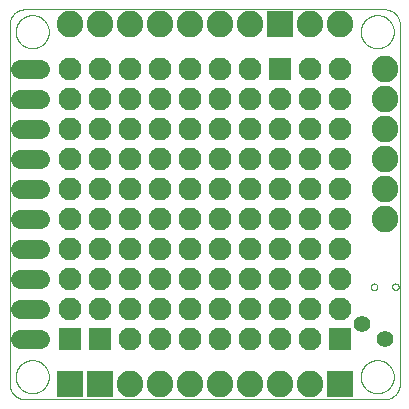
<source format=gbl>
G75*
%MOIN*%
%OFA0B0*%
%FSLAX25Y25*%
%IPPOS*%
%LPD*%
%AMOC8*
5,1,8,0,0,1.08239X$1,22.5*
%
%ADD10C,0.00000*%
%ADD11C,0.08858*%
%ADD12R,0.08858X0.08858*%
%ADD13C,0.06496*%
%ADD14R,0.07677X0.07677*%
%ADD15C,0.07677*%
%ADD16C,0.05600*%
D10*
X0039428Y0006256D02*
X0039428Y0126217D01*
X0039430Y0126357D01*
X0039436Y0126497D01*
X0039446Y0126637D01*
X0039459Y0126777D01*
X0039477Y0126916D01*
X0039499Y0127055D01*
X0039524Y0127192D01*
X0039553Y0127330D01*
X0039586Y0127466D01*
X0039623Y0127601D01*
X0039664Y0127735D01*
X0039709Y0127868D01*
X0039757Y0128000D01*
X0039809Y0128130D01*
X0039864Y0128259D01*
X0039923Y0128386D01*
X0039986Y0128512D01*
X0040052Y0128636D01*
X0040121Y0128757D01*
X0040194Y0128877D01*
X0040271Y0128995D01*
X0040350Y0129110D01*
X0040433Y0129224D01*
X0040519Y0129334D01*
X0040608Y0129443D01*
X0040700Y0129549D01*
X0040795Y0129652D01*
X0040892Y0129753D01*
X0040993Y0129850D01*
X0041096Y0129945D01*
X0041202Y0130037D01*
X0041311Y0130126D01*
X0041421Y0130212D01*
X0041535Y0130295D01*
X0041650Y0130374D01*
X0041768Y0130451D01*
X0041888Y0130524D01*
X0042009Y0130593D01*
X0042133Y0130659D01*
X0042259Y0130722D01*
X0042386Y0130781D01*
X0042515Y0130836D01*
X0042645Y0130888D01*
X0042777Y0130936D01*
X0042910Y0130981D01*
X0043044Y0131022D01*
X0043179Y0131059D01*
X0043315Y0131092D01*
X0043453Y0131121D01*
X0043590Y0131146D01*
X0043729Y0131168D01*
X0043868Y0131186D01*
X0044008Y0131199D01*
X0044148Y0131209D01*
X0044288Y0131215D01*
X0044428Y0131217D01*
X0164429Y0131217D01*
X0164569Y0131215D01*
X0164709Y0131209D01*
X0164849Y0131199D01*
X0164989Y0131186D01*
X0165128Y0131168D01*
X0165267Y0131146D01*
X0165404Y0131121D01*
X0165542Y0131092D01*
X0165678Y0131059D01*
X0165813Y0131022D01*
X0165947Y0130981D01*
X0166080Y0130936D01*
X0166212Y0130888D01*
X0166342Y0130836D01*
X0166471Y0130781D01*
X0166598Y0130722D01*
X0166724Y0130659D01*
X0166848Y0130593D01*
X0166969Y0130524D01*
X0167089Y0130451D01*
X0167207Y0130374D01*
X0167322Y0130295D01*
X0167436Y0130212D01*
X0167546Y0130126D01*
X0167655Y0130037D01*
X0167761Y0129945D01*
X0167864Y0129850D01*
X0167965Y0129753D01*
X0168062Y0129652D01*
X0168157Y0129549D01*
X0168249Y0129443D01*
X0168338Y0129334D01*
X0168424Y0129224D01*
X0168507Y0129110D01*
X0168586Y0128995D01*
X0168663Y0128877D01*
X0168736Y0128757D01*
X0168805Y0128636D01*
X0168871Y0128512D01*
X0168934Y0128386D01*
X0168993Y0128259D01*
X0169048Y0128130D01*
X0169100Y0128000D01*
X0169148Y0127868D01*
X0169193Y0127735D01*
X0169234Y0127601D01*
X0169271Y0127466D01*
X0169304Y0127330D01*
X0169333Y0127192D01*
X0169358Y0127055D01*
X0169380Y0126916D01*
X0169398Y0126777D01*
X0169411Y0126637D01*
X0169421Y0126497D01*
X0169427Y0126357D01*
X0169429Y0126217D01*
X0169429Y0006256D01*
X0169427Y0006116D01*
X0169421Y0005976D01*
X0169411Y0005836D01*
X0169398Y0005696D01*
X0169380Y0005557D01*
X0169358Y0005418D01*
X0169333Y0005281D01*
X0169304Y0005143D01*
X0169271Y0005007D01*
X0169234Y0004872D01*
X0169193Y0004738D01*
X0169148Y0004605D01*
X0169100Y0004473D01*
X0169048Y0004343D01*
X0168993Y0004214D01*
X0168934Y0004087D01*
X0168871Y0003961D01*
X0168805Y0003837D01*
X0168736Y0003716D01*
X0168663Y0003596D01*
X0168586Y0003478D01*
X0168507Y0003363D01*
X0168424Y0003249D01*
X0168338Y0003139D01*
X0168249Y0003030D01*
X0168157Y0002924D01*
X0168062Y0002821D01*
X0167965Y0002720D01*
X0167864Y0002623D01*
X0167761Y0002528D01*
X0167655Y0002436D01*
X0167546Y0002347D01*
X0167436Y0002261D01*
X0167322Y0002178D01*
X0167207Y0002099D01*
X0167089Y0002022D01*
X0166969Y0001949D01*
X0166848Y0001880D01*
X0166724Y0001814D01*
X0166598Y0001751D01*
X0166471Y0001692D01*
X0166342Y0001637D01*
X0166212Y0001585D01*
X0166080Y0001537D01*
X0165947Y0001492D01*
X0165813Y0001451D01*
X0165678Y0001414D01*
X0165542Y0001381D01*
X0165404Y0001352D01*
X0165267Y0001327D01*
X0165128Y0001305D01*
X0164989Y0001287D01*
X0164849Y0001274D01*
X0164709Y0001264D01*
X0164569Y0001258D01*
X0164429Y0001256D01*
X0044428Y0001256D01*
X0044288Y0001258D01*
X0044148Y0001264D01*
X0044008Y0001274D01*
X0043868Y0001287D01*
X0043729Y0001305D01*
X0043590Y0001327D01*
X0043453Y0001352D01*
X0043315Y0001381D01*
X0043179Y0001414D01*
X0043044Y0001451D01*
X0042910Y0001492D01*
X0042777Y0001537D01*
X0042645Y0001585D01*
X0042515Y0001637D01*
X0042386Y0001692D01*
X0042259Y0001751D01*
X0042133Y0001814D01*
X0042009Y0001880D01*
X0041888Y0001949D01*
X0041768Y0002022D01*
X0041650Y0002099D01*
X0041535Y0002178D01*
X0041421Y0002261D01*
X0041311Y0002347D01*
X0041202Y0002436D01*
X0041096Y0002528D01*
X0040993Y0002623D01*
X0040892Y0002720D01*
X0040795Y0002821D01*
X0040700Y0002924D01*
X0040608Y0003030D01*
X0040519Y0003139D01*
X0040433Y0003249D01*
X0040350Y0003363D01*
X0040271Y0003478D01*
X0040194Y0003596D01*
X0040121Y0003716D01*
X0040052Y0003837D01*
X0039986Y0003961D01*
X0039923Y0004087D01*
X0039864Y0004214D01*
X0039809Y0004343D01*
X0039757Y0004473D01*
X0039709Y0004605D01*
X0039664Y0004738D01*
X0039623Y0004872D01*
X0039586Y0005007D01*
X0039553Y0005143D01*
X0039524Y0005281D01*
X0039499Y0005418D01*
X0039477Y0005557D01*
X0039459Y0005696D01*
X0039446Y0005836D01*
X0039436Y0005976D01*
X0039430Y0006116D01*
X0039428Y0006256D01*
X0041416Y0008756D02*
X0041418Y0008904D01*
X0041424Y0009052D01*
X0041434Y0009200D01*
X0041448Y0009347D01*
X0041466Y0009494D01*
X0041487Y0009640D01*
X0041513Y0009786D01*
X0041543Y0009931D01*
X0041576Y0010075D01*
X0041614Y0010218D01*
X0041655Y0010360D01*
X0041700Y0010501D01*
X0041748Y0010641D01*
X0041801Y0010780D01*
X0041857Y0010917D01*
X0041917Y0011052D01*
X0041980Y0011186D01*
X0042047Y0011318D01*
X0042118Y0011448D01*
X0042192Y0011576D01*
X0042269Y0011702D01*
X0042350Y0011826D01*
X0042434Y0011948D01*
X0042521Y0012067D01*
X0042612Y0012184D01*
X0042706Y0012299D01*
X0042802Y0012411D01*
X0042902Y0012521D01*
X0043004Y0012627D01*
X0043110Y0012731D01*
X0043218Y0012832D01*
X0043329Y0012930D01*
X0043442Y0013026D01*
X0043558Y0013118D01*
X0043676Y0013207D01*
X0043797Y0013292D01*
X0043920Y0013375D01*
X0044045Y0013454D01*
X0044172Y0013530D01*
X0044301Y0013602D01*
X0044432Y0013671D01*
X0044565Y0013736D01*
X0044700Y0013797D01*
X0044836Y0013855D01*
X0044973Y0013910D01*
X0045112Y0013960D01*
X0045253Y0014007D01*
X0045394Y0014050D01*
X0045537Y0014090D01*
X0045681Y0014125D01*
X0045825Y0014157D01*
X0045971Y0014184D01*
X0046117Y0014208D01*
X0046264Y0014228D01*
X0046411Y0014244D01*
X0046558Y0014256D01*
X0046706Y0014264D01*
X0046854Y0014268D01*
X0047002Y0014268D01*
X0047150Y0014264D01*
X0047298Y0014256D01*
X0047445Y0014244D01*
X0047592Y0014228D01*
X0047739Y0014208D01*
X0047885Y0014184D01*
X0048031Y0014157D01*
X0048175Y0014125D01*
X0048319Y0014090D01*
X0048462Y0014050D01*
X0048603Y0014007D01*
X0048744Y0013960D01*
X0048883Y0013910D01*
X0049020Y0013855D01*
X0049156Y0013797D01*
X0049291Y0013736D01*
X0049424Y0013671D01*
X0049555Y0013602D01*
X0049684Y0013530D01*
X0049811Y0013454D01*
X0049936Y0013375D01*
X0050059Y0013292D01*
X0050180Y0013207D01*
X0050298Y0013118D01*
X0050414Y0013026D01*
X0050527Y0012930D01*
X0050638Y0012832D01*
X0050746Y0012731D01*
X0050852Y0012627D01*
X0050954Y0012521D01*
X0051054Y0012411D01*
X0051150Y0012299D01*
X0051244Y0012184D01*
X0051335Y0012067D01*
X0051422Y0011948D01*
X0051506Y0011826D01*
X0051587Y0011702D01*
X0051664Y0011576D01*
X0051738Y0011448D01*
X0051809Y0011318D01*
X0051876Y0011186D01*
X0051939Y0011052D01*
X0051999Y0010917D01*
X0052055Y0010780D01*
X0052108Y0010641D01*
X0052156Y0010501D01*
X0052201Y0010360D01*
X0052242Y0010218D01*
X0052280Y0010075D01*
X0052313Y0009931D01*
X0052343Y0009786D01*
X0052369Y0009640D01*
X0052390Y0009494D01*
X0052408Y0009347D01*
X0052422Y0009200D01*
X0052432Y0009052D01*
X0052438Y0008904D01*
X0052440Y0008756D01*
X0052438Y0008608D01*
X0052432Y0008460D01*
X0052422Y0008312D01*
X0052408Y0008165D01*
X0052390Y0008018D01*
X0052369Y0007872D01*
X0052343Y0007726D01*
X0052313Y0007581D01*
X0052280Y0007437D01*
X0052242Y0007294D01*
X0052201Y0007152D01*
X0052156Y0007011D01*
X0052108Y0006871D01*
X0052055Y0006732D01*
X0051999Y0006595D01*
X0051939Y0006460D01*
X0051876Y0006326D01*
X0051809Y0006194D01*
X0051738Y0006064D01*
X0051664Y0005936D01*
X0051587Y0005810D01*
X0051506Y0005686D01*
X0051422Y0005564D01*
X0051335Y0005445D01*
X0051244Y0005328D01*
X0051150Y0005213D01*
X0051054Y0005101D01*
X0050954Y0004991D01*
X0050852Y0004885D01*
X0050746Y0004781D01*
X0050638Y0004680D01*
X0050527Y0004582D01*
X0050414Y0004486D01*
X0050298Y0004394D01*
X0050180Y0004305D01*
X0050059Y0004220D01*
X0049936Y0004137D01*
X0049811Y0004058D01*
X0049684Y0003982D01*
X0049555Y0003910D01*
X0049424Y0003841D01*
X0049291Y0003776D01*
X0049156Y0003715D01*
X0049020Y0003657D01*
X0048883Y0003602D01*
X0048744Y0003552D01*
X0048603Y0003505D01*
X0048462Y0003462D01*
X0048319Y0003422D01*
X0048175Y0003387D01*
X0048031Y0003355D01*
X0047885Y0003328D01*
X0047739Y0003304D01*
X0047592Y0003284D01*
X0047445Y0003268D01*
X0047298Y0003256D01*
X0047150Y0003248D01*
X0047002Y0003244D01*
X0046854Y0003244D01*
X0046706Y0003248D01*
X0046558Y0003256D01*
X0046411Y0003268D01*
X0046264Y0003284D01*
X0046117Y0003304D01*
X0045971Y0003328D01*
X0045825Y0003355D01*
X0045681Y0003387D01*
X0045537Y0003422D01*
X0045394Y0003462D01*
X0045253Y0003505D01*
X0045112Y0003552D01*
X0044973Y0003602D01*
X0044836Y0003657D01*
X0044700Y0003715D01*
X0044565Y0003776D01*
X0044432Y0003841D01*
X0044301Y0003910D01*
X0044172Y0003982D01*
X0044045Y0004058D01*
X0043920Y0004137D01*
X0043797Y0004220D01*
X0043676Y0004305D01*
X0043558Y0004394D01*
X0043442Y0004486D01*
X0043329Y0004582D01*
X0043218Y0004680D01*
X0043110Y0004781D01*
X0043004Y0004885D01*
X0042902Y0004991D01*
X0042802Y0005101D01*
X0042706Y0005213D01*
X0042612Y0005328D01*
X0042521Y0005445D01*
X0042434Y0005564D01*
X0042350Y0005686D01*
X0042269Y0005810D01*
X0042192Y0005936D01*
X0042118Y0006064D01*
X0042047Y0006194D01*
X0041980Y0006326D01*
X0041917Y0006460D01*
X0041857Y0006595D01*
X0041801Y0006732D01*
X0041748Y0006871D01*
X0041700Y0007011D01*
X0041655Y0007152D01*
X0041614Y0007294D01*
X0041576Y0007437D01*
X0041543Y0007581D01*
X0041513Y0007726D01*
X0041487Y0007872D01*
X0041466Y0008018D01*
X0041448Y0008165D01*
X0041434Y0008312D01*
X0041424Y0008460D01*
X0041418Y0008608D01*
X0041416Y0008756D01*
X0156416Y0008756D02*
X0156418Y0008904D01*
X0156424Y0009052D01*
X0156434Y0009200D01*
X0156448Y0009347D01*
X0156466Y0009494D01*
X0156487Y0009640D01*
X0156513Y0009786D01*
X0156543Y0009931D01*
X0156576Y0010075D01*
X0156614Y0010218D01*
X0156655Y0010360D01*
X0156700Y0010501D01*
X0156748Y0010641D01*
X0156801Y0010780D01*
X0156857Y0010917D01*
X0156917Y0011052D01*
X0156980Y0011186D01*
X0157047Y0011318D01*
X0157118Y0011448D01*
X0157192Y0011576D01*
X0157269Y0011702D01*
X0157350Y0011826D01*
X0157434Y0011948D01*
X0157521Y0012067D01*
X0157612Y0012184D01*
X0157706Y0012299D01*
X0157802Y0012411D01*
X0157902Y0012521D01*
X0158004Y0012627D01*
X0158110Y0012731D01*
X0158218Y0012832D01*
X0158329Y0012930D01*
X0158442Y0013026D01*
X0158558Y0013118D01*
X0158676Y0013207D01*
X0158797Y0013292D01*
X0158920Y0013375D01*
X0159045Y0013454D01*
X0159172Y0013530D01*
X0159301Y0013602D01*
X0159432Y0013671D01*
X0159565Y0013736D01*
X0159700Y0013797D01*
X0159836Y0013855D01*
X0159973Y0013910D01*
X0160112Y0013960D01*
X0160253Y0014007D01*
X0160394Y0014050D01*
X0160537Y0014090D01*
X0160681Y0014125D01*
X0160825Y0014157D01*
X0160971Y0014184D01*
X0161117Y0014208D01*
X0161264Y0014228D01*
X0161411Y0014244D01*
X0161558Y0014256D01*
X0161706Y0014264D01*
X0161854Y0014268D01*
X0162002Y0014268D01*
X0162150Y0014264D01*
X0162298Y0014256D01*
X0162445Y0014244D01*
X0162592Y0014228D01*
X0162739Y0014208D01*
X0162885Y0014184D01*
X0163031Y0014157D01*
X0163175Y0014125D01*
X0163319Y0014090D01*
X0163462Y0014050D01*
X0163603Y0014007D01*
X0163744Y0013960D01*
X0163883Y0013910D01*
X0164020Y0013855D01*
X0164156Y0013797D01*
X0164291Y0013736D01*
X0164424Y0013671D01*
X0164555Y0013602D01*
X0164684Y0013530D01*
X0164811Y0013454D01*
X0164936Y0013375D01*
X0165059Y0013292D01*
X0165180Y0013207D01*
X0165298Y0013118D01*
X0165414Y0013026D01*
X0165527Y0012930D01*
X0165638Y0012832D01*
X0165746Y0012731D01*
X0165852Y0012627D01*
X0165954Y0012521D01*
X0166054Y0012411D01*
X0166150Y0012299D01*
X0166244Y0012184D01*
X0166335Y0012067D01*
X0166422Y0011948D01*
X0166506Y0011826D01*
X0166587Y0011702D01*
X0166664Y0011576D01*
X0166738Y0011448D01*
X0166809Y0011318D01*
X0166876Y0011186D01*
X0166939Y0011052D01*
X0166999Y0010917D01*
X0167055Y0010780D01*
X0167108Y0010641D01*
X0167156Y0010501D01*
X0167201Y0010360D01*
X0167242Y0010218D01*
X0167280Y0010075D01*
X0167313Y0009931D01*
X0167343Y0009786D01*
X0167369Y0009640D01*
X0167390Y0009494D01*
X0167408Y0009347D01*
X0167422Y0009200D01*
X0167432Y0009052D01*
X0167438Y0008904D01*
X0167440Y0008756D01*
X0167438Y0008608D01*
X0167432Y0008460D01*
X0167422Y0008312D01*
X0167408Y0008165D01*
X0167390Y0008018D01*
X0167369Y0007872D01*
X0167343Y0007726D01*
X0167313Y0007581D01*
X0167280Y0007437D01*
X0167242Y0007294D01*
X0167201Y0007152D01*
X0167156Y0007011D01*
X0167108Y0006871D01*
X0167055Y0006732D01*
X0166999Y0006595D01*
X0166939Y0006460D01*
X0166876Y0006326D01*
X0166809Y0006194D01*
X0166738Y0006064D01*
X0166664Y0005936D01*
X0166587Y0005810D01*
X0166506Y0005686D01*
X0166422Y0005564D01*
X0166335Y0005445D01*
X0166244Y0005328D01*
X0166150Y0005213D01*
X0166054Y0005101D01*
X0165954Y0004991D01*
X0165852Y0004885D01*
X0165746Y0004781D01*
X0165638Y0004680D01*
X0165527Y0004582D01*
X0165414Y0004486D01*
X0165298Y0004394D01*
X0165180Y0004305D01*
X0165059Y0004220D01*
X0164936Y0004137D01*
X0164811Y0004058D01*
X0164684Y0003982D01*
X0164555Y0003910D01*
X0164424Y0003841D01*
X0164291Y0003776D01*
X0164156Y0003715D01*
X0164020Y0003657D01*
X0163883Y0003602D01*
X0163744Y0003552D01*
X0163603Y0003505D01*
X0163462Y0003462D01*
X0163319Y0003422D01*
X0163175Y0003387D01*
X0163031Y0003355D01*
X0162885Y0003328D01*
X0162739Y0003304D01*
X0162592Y0003284D01*
X0162445Y0003268D01*
X0162298Y0003256D01*
X0162150Y0003248D01*
X0162002Y0003244D01*
X0161854Y0003244D01*
X0161706Y0003248D01*
X0161558Y0003256D01*
X0161411Y0003268D01*
X0161264Y0003284D01*
X0161117Y0003304D01*
X0160971Y0003328D01*
X0160825Y0003355D01*
X0160681Y0003387D01*
X0160537Y0003422D01*
X0160394Y0003462D01*
X0160253Y0003505D01*
X0160112Y0003552D01*
X0159973Y0003602D01*
X0159836Y0003657D01*
X0159700Y0003715D01*
X0159565Y0003776D01*
X0159432Y0003841D01*
X0159301Y0003910D01*
X0159172Y0003982D01*
X0159045Y0004058D01*
X0158920Y0004137D01*
X0158797Y0004220D01*
X0158676Y0004305D01*
X0158558Y0004394D01*
X0158442Y0004486D01*
X0158329Y0004582D01*
X0158218Y0004680D01*
X0158110Y0004781D01*
X0158004Y0004885D01*
X0157902Y0004991D01*
X0157802Y0005101D01*
X0157706Y0005213D01*
X0157612Y0005328D01*
X0157521Y0005445D01*
X0157434Y0005564D01*
X0157350Y0005686D01*
X0157269Y0005810D01*
X0157192Y0005936D01*
X0157118Y0006064D01*
X0157047Y0006194D01*
X0156980Y0006326D01*
X0156917Y0006460D01*
X0156857Y0006595D01*
X0156801Y0006732D01*
X0156748Y0006871D01*
X0156700Y0007011D01*
X0156655Y0007152D01*
X0156614Y0007294D01*
X0156576Y0007437D01*
X0156543Y0007581D01*
X0156513Y0007726D01*
X0156487Y0007872D01*
X0156466Y0008018D01*
X0156448Y0008165D01*
X0156434Y0008312D01*
X0156424Y0008460D01*
X0156418Y0008608D01*
X0156416Y0008756D01*
X0159802Y0038756D02*
X0159804Y0038821D01*
X0159810Y0038887D01*
X0159820Y0038951D01*
X0159833Y0039015D01*
X0159851Y0039078D01*
X0159872Y0039140D01*
X0159897Y0039200D01*
X0159926Y0039259D01*
X0159958Y0039316D01*
X0159994Y0039371D01*
X0160032Y0039424D01*
X0160074Y0039474D01*
X0160119Y0039522D01*
X0160167Y0039567D01*
X0160217Y0039609D01*
X0160270Y0039647D01*
X0160325Y0039683D01*
X0160382Y0039715D01*
X0160441Y0039744D01*
X0160501Y0039769D01*
X0160563Y0039790D01*
X0160626Y0039808D01*
X0160690Y0039821D01*
X0160754Y0039831D01*
X0160820Y0039837D01*
X0160885Y0039839D01*
X0160950Y0039837D01*
X0161016Y0039831D01*
X0161080Y0039821D01*
X0161144Y0039808D01*
X0161207Y0039790D01*
X0161269Y0039769D01*
X0161329Y0039744D01*
X0161388Y0039715D01*
X0161445Y0039683D01*
X0161500Y0039647D01*
X0161553Y0039609D01*
X0161603Y0039567D01*
X0161651Y0039522D01*
X0161696Y0039474D01*
X0161738Y0039424D01*
X0161776Y0039371D01*
X0161812Y0039316D01*
X0161844Y0039259D01*
X0161873Y0039200D01*
X0161898Y0039140D01*
X0161919Y0039078D01*
X0161937Y0039015D01*
X0161950Y0038951D01*
X0161960Y0038887D01*
X0161966Y0038821D01*
X0161968Y0038756D01*
X0161966Y0038691D01*
X0161960Y0038625D01*
X0161950Y0038561D01*
X0161937Y0038497D01*
X0161919Y0038434D01*
X0161898Y0038372D01*
X0161873Y0038312D01*
X0161844Y0038253D01*
X0161812Y0038196D01*
X0161776Y0038141D01*
X0161738Y0038088D01*
X0161696Y0038038D01*
X0161651Y0037990D01*
X0161603Y0037945D01*
X0161553Y0037903D01*
X0161500Y0037865D01*
X0161445Y0037829D01*
X0161388Y0037797D01*
X0161329Y0037768D01*
X0161269Y0037743D01*
X0161207Y0037722D01*
X0161144Y0037704D01*
X0161080Y0037691D01*
X0161016Y0037681D01*
X0160950Y0037675D01*
X0160885Y0037673D01*
X0160820Y0037675D01*
X0160754Y0037681D01*
X0160690Y0037691D01*
X0160626Y0037704D01*
X0160563Y0037722D01*
X0160501Y0037743D01*
X0160441Y0037768D01*
X0160382Y0037797D01*
X0160325Y0037829D01*
X0160270Y0037865D01*
X0160217Y0037903D01*
X0160167Y0037945D01*
X0160119Y0037990D01*
X0160074Y0038038D01*
X0160032Y0038088D01*
X0159994Y0038141D01*
X0159958Y0038196D01*
X0159926Y0038253D01*
X0159897Y0038312D01*
X0159872Y0038372D01*
X0159851Y0038434D01*
X0159833Y0038497D01*
X0159820Y0038561D01*
X0159810Y0038625D01*
X0159804Y0038691D01*
X0159802Y0038756D01*
X0166889Y0038756D02*
X0166891Y0038821D01*
X0166897Y0038887D01*
X0166907Y0038951D01*
X0166920Y0039015D01*
X0166938Y0039078D01*
X0166959Y0039140D01*
X0166984Y0039200D01*
X0167013Y0039259D01*
X0167045Y0039316D01*
X0167081Y0039371D01*
X0167119Y0039424D01*
X0167161Y0039474D01*
X0167206Y0039522D01*
X0167254Y0039567D01*
X0167304Y0039609D01*
X0167357Y0039647D01*
X0167412Y0039683D01*
X0167469Y0039715D01*
X0167528Y0039744D01*
X0167588Y0039769D01*
X0167650Y0039790D01*
X0167713Y0039808D01*
X0167777Y0039821D01*
X0167841Y0039831D01*
X0167907Y0039837D01*
X0167972Y0039839D01*
X0168037Y0039837D01*
X0168103Y0039831D01*
X0168167Y0039821D01*
X0168231Y0039808D01*
X0168294Y0039790D01*
X0168356Y0039769D01*
X0168416Y0039744D01*
X0168475Y0039715D01*
X0168532Y0039683D01*
X0168587Y0039647D01*
X0168640Y0039609D01*
X0168690Y0039567D01*
X0168738Y0039522D01*
X0168783Y0039474D01*
X0168825Y0039424D01*
X0168863Y0039371D01*
X0168899Y0039316D01*
X0168931Y0039259D01*
X0168960Y0039200D01*
X0168985Y0039140D01*
X0169006Y0039078D01*
X0169024Y0039015D01*
X0169037Y0038951D01*
X0169047Y0038887D01*
X0169053Y0038821D01*
X0169055Y0038756D01*
X0169053Y0038691D01*
X0169047Y0038625D01*
X0169037Y0038561D01*
X0169024Y0038497D01*
X0169006Y0038434D01*
X0168985Y0038372D01*
X0168960Y0038312D01*
X0168931Y0038253D01*
X0168899Y0038196D01*
X0168863Y0038141D01*
X0168825Y0038088D01*
X0168783Y0038038D01*
X0168738Y0037990D01*
X0168690Y0037945D01*
X0168640Y0037903D01*
X0168587Y0037865D01*
X0168532Y0037829D01*
X0168475Y0037797D01*
X0168416Y0037768D01*
X0168356Y0037743D01*
X0168294Y0037722D01*
X0168231Y0037704D01*
X0168167Y0037691D01*
X0168103Y0037681D01*
X0168037Y0037675D01*
X0167972Y0037673D01*
X0167907Y0037675D01*
X0167841Y0037681D01*
X0167777Y0037691D01*
X0167713Y0037704D01*
X0167650Y0037722D01*
X0167588Y0037743D01*
X0167528Y0037768D01*
X0167469Y0037797D01*
X0167412Y0037829D01*
X0167357Y0037865D01*
X0167304Y0037903D01*
X0167254Y0037945D01*
X0167206Y0037990D01*
X0167161Y0038038D01*
X0167119Y0038088D01*
X0167081Y0038141D01*
X0167045Y0038196D01*
X0167013Y0038253D01*
X0166984Y0038312D01*
X0166959Y0038372D01*
X0166938Y0038434D01*
X0166920Y0038497D01*
X0166907Y0038561D01*
X0166897Y0038625D01*
X0166891Y0038691D01*
X0166889Y0038756D01*
X0156416Y0123756D02*
X0156418Y0123904D01*
X0156424Y0124052D01*
X0156434Y0124200D01*
X0156448Y0124347D01*
X0156466Y0124494D01*
X0156487Y0124640D01*
X0156513Y0124786D01*
X0156543Y0124931D01*
X0156576Y0125075D01*
X0156614Y0125218D01*
X0156655Y0125360D01*
X0156700Y0125501D01*
X0156748Y0125641D01*
X0156801Y0125780D01*
X0156857Y0125917D01*
X0156917Y0126052D01*
X0156980Y0126186D01*
X0157047Y0126318D01*
X0157118Y0126448D01*
X0157192Y0126576D01*
X0157269Y0126702D01*
X0157350Y0126826D01*
X0157434Y0126948D01*
X0157521Y0127067D01*
X0157612Y0127184D01*
X0157706Y0127299D01*
X0157802Y0127411D01*
X0157902Y0127521D01*
X0158004Y0127627D01*
X0158110Y0127731D01*
X0158218Y0127832D01*
X0158329Y0127930D01*
X0158442Y0128026D01*
X0158558Y0128118D01*
X0158676Y0128207D01*
X0158797Y0128292D01*
X0158920Y0128375D01*
X0159045Y0128454D01*
X0159172Y0128530D01*
X0159301Y0128602D01*
X0159432Y0128671D01*
X0159565Y0128736D01*
X0159700Y0128797D01*
X0159836Y0128855D01*
X0159973Y0128910D01*
X0160112Y0128960D01*
X0160253Y0129007D01*
X0160394Y0129050D01*
X0160537Y0129090D01*
X0160681Y0129125D01*
X0160825Y0129157D01*
X0160971Y0129184D01*
X0161117Y0129208D01*
X0161264Y0129228D01*
X0161411Y0129244D01*
X0161558Y0129256D01*
X0161706Y0129264D01*
X0161854Y0129268D01*
X0162002Y0129268D01*
X0162150Y0129264D01*
X0162298Y0129256D01*
X0162445Y0129244D01*
X0162592Y0129228D01*
X0162739Y0129208D01*
X0162885Y0129184D01*
X0163031Y0129157D01*
X0163175Y0129125D01*
X0163319Y0129090D01*
X0163462Y0129050D01*
X0163603Y0129007D01*
X0163744Y0128960D01*
X0163883Y0128910D01*
X0164020Y0128855D01*
X0164156Y0128797D01*
X0164291Y0128736D01*
X0164424Y0128671D01*
X0164555Y0128602D01*
X0164684Y0128530D01*
X0164811Y0128454D01*
X0164936Y0128375D01*
X0165059Y0128292D01*
X0165180Y0128207D01*
X0165298Y0128118D01*
X0165414Y0128026D01*
X0165527Y0127930D01*
X0165638Y0127832D01*
X0165746Y0127731D01*
X0165852Y0127627D01*
X0165954Y0127521D01*
X0166054Y0127411D01*
X0166150Y0127299D01*
X0166244Y0127184D01*
X0166335Y0127067D01*
X0166422Y0126948D01*
X0166506Y0126826D01*
X0166587Y0126702D01*
X0166664Y0126576D01*
X0166738Y0126448D01*
X0166809Y0126318D01*
X0166876Y0126186D01*
X0166939Y0126052D01*
X0166999Y0125917D01*
X0167055Y0125780D01*
X0167108Y0125641D01*
X0167156Y0125501D01*
X0167201Y0125360D01*
X0167242Y0125218D01*
X0167280Y0125075D01*
X0167313Y0124931D01*
X0167343Y0124786D01*
X0167369Y0124640D01*
X0167390Y0124494D01*
X0167408Y0124347D01*
X0167422Y0124200D01*
X0167432Y0124052D01*
X0167438Y0123904D01*
X0167440Y0123756D01*
X0167438Y0123608D01*
X0167432Y0123460D01*
X0167422Y0123312D01*
X0167408Y0123165D01*
X0167390Y0123018D01*
X0167369Y0122872D01*
X0167343Y0122726D01*
X0167313Y0122581D01*
X0167280Y0122437D01*
X0167242Y0122294D01*
X0167201Y0122152D01*
X0167156Y0122011D01*
X0167108Y0121871D01*
X0167055Y0121732D01*
X0166999Y0121595D01*
X0166939Y0121460D01*
X0166876Y0121326D01*
X0166809Y0121194D01*
X0166738Y0121064D01*
X0166664Y0120936D01*
X0166587Y0120810D01*
X0166506Y0120686D01*
X0166422Y0120564D01*
X0166335Y0120445D01*
X0166244Y0120328D01*
X0166150Y0120213D01*
X0166054Y0120101D01*
X0165954Y0119991D01*
X0165852Y0119885D01*
X0165746Y0119781D01*
X0165638Y0119680D01*
X0165527Y0119582D01*
X0165414Y0119486D01*
X0165298Y0119394D01*
X0165180Y0119305D01*
X0165059Y0119220D01*
X0164936Y0119137D01*
X0164811Y0119058D01*
X0164684Y0118982D01*
X0164555Y0118910D01*
X0164424Y0118841D01*
X0164291Y0118776D01*
X0164156Y0118715D01*
X0164020Y0118657D01*
X0163883Y0118602D01*
X0163744Y0118552D01*
X0163603Y0118505D01*
X0163462Y0118462D01*
X0163319Y0118422D01*
X0163175Y0118387D01*
X0163031Y0118355D01*
X0162885Y0118328D01*
X0162739Y0118304D01*
X0162592Y0118284D01*
X0162445Y0118268D01*
X0162298Y0118256D01*
X0162150Y0118248D01*
X0162002Y0118244D01*
X0161854Y0118244D01*
X0161706Y0118248D01*
X0161558Y0118256D01*
X0161411Y0118268D01*
X0161264Y0118284D01*
X0161117Y0118304D01*
X0160971Y0118328D01*
X0160825Y0118355D01*
X0160681Y0118387D01*
X0160537Y0118422D01*
X0160394Y0118462D01*
X0160253Y0118505D01*
X0160112Y0118552D01*
X0159973Y0118602D01*
X0159836Y0118657D01*
X0159700Y0118715D01*
X0159565Y0118776D01*
X0159432Y0118841D01*
X0159301Y0118910D01*
X0159172Y0118982D01*
X0159045Y0119058D01*
X0158920Y0119137D01*
X0158797Y0119220D01*
X0158676Y0119305D01*
X0158558Y0119394D01*
X0158442Y0119486D01*
X0158329Y0119582D01*
X0158218Y0119680D01*
X0158110Y0119781D01*
X0158004Y0119885D01*
X0157902Y0119991D01*
X0157802Y0120101D01*
X0157706Y0120213D01*
X0157612Y0120328D01*
X0157521Y0120445D01*
X0157434Y0120564D01*
X0157350Y0120686D01*
X0157269Y0120810D01*
X0157192Y0120936D01*
X0157118Y0121064D01*
X0157047Y0121194D01*
X0156980Y0121326D01*
X0156917Y0121460D01*
X0156857Y0121595D01*
X0156801Y0121732D01*
X0156748Y0121871D01*
X0156700Y0122011D01*
X0156655Y0122152D01*
X0156614Y0122294D01*
X0156576Y0122437D01*
X0156543Y0122581D01*
X0156513Y0122726D01*
X0156487Y0122872D01*
X0156466Y0123018D01*
X0156448Y0123165D01*
X0156434Y0123312D01*
X0156424Y0123460D01*
X0156418Y0123608D01*
X0156416Y0123756D01*
X0041416Y0123756D02*
X0041418Y0123904D01*
X0041424Y0124052D01*
X0041434Y0124200D01*
X0041448Y0124347D01*
X0041466Y0124494D01*
X0041487Y0124640D01*
X0041513Y0124786D01*
X0041543Y0124931D01*
X0041576Y0125075D01*
X0041614Y0125218D01*
X0041655Y0125360D01*
X0041700Y0125501D01*
X0041748Y0125641D01*
X0041801Y0125780D01*
X0041857Y0125917D01*
X0041917Y0126052D01*
X0041980Y0126186D01*
X0042047Y0126318D01*
X0042118Y0126448D01*
X0042192Y0126576D01*
X0042269Y0126702D01*
X0042350Y0126826D01*
X0042434Y0126948D01*
X0042521Y0127067D01*
X0042612Y0127184D01*
X0042706Y0127299D01*
X0042802Y0127411D01*
X0042902Y0127521D01*
X0043004Y0127627D01*
X0043110Y0127731D01*
X0043218Y0127832D01*
X0043329Y0127930D01*
X0043442Y0128026D01*
X0043558Y0128118D01*
X0043676Y0128207D01*
X0043797Y0128292D01*
X0043920Y0128375D01*
X0044045Y0128454D01*
X0044172Y0128530D01*
X0044301Y0128602D01*
X0044432Y0128671D01*
X0044565Y0128736D01*
X0044700Y0128797D01*
X0044836Y0128855D01*
X0044973Y0128910D01*
X0045112Y0128960D01*
X0045253Y0129007D01*
X0045394Y0129050D01*
X0045537Y0129090D01*
X0045681Y0129125D01*
X0045825Y0129157D01*
X0045971Y0129184D01*
X0046117Y0129208D01*
X0046264Y0129228D01*
X0046411Y0129244D01*
X0046558Y0129256D01*
X0046706Y0129264D01*
X0046854Y0129268D01*
X0047002Y0129268D01*
X0047150Y0129264D01*
X0047298Y0129256D01*
X0047445Y0129244D01*
X0047592Y0129228D01*
X0047739Y0129208D01*
X0047885Y0129184D01*
X0048031Y0129157D01*
X0048175Y0129125D01*
X0048319Y0129090D01*
X0048462Y0129050D01*
X0048603Y0129007D01*
X0048744Y0128960D01*
X0048883Y0128910D01*
X0049020Y0128855D01*
X0049156Y0128797D01*
X0049291Y0128736D01*
X0049424Y0128671D01*
X0049555Y0128602D01*
X0049684Y0128530D01*
X0049811Y0128454D01*
X0049936Y0128375D01*
X0050059Y0128292D01*
X0050180Y0128207D01*
X0050298Y0128118D01*
X0050414Y0128026D01*
X0050527Y0127930D01*
X0050638Y0127832D01*
X0050746Y0127731D01*
X0050852Y0127627D01*
X0050954Y0127521D01*
X0051054Y0127411D01*
X0051150Y0127299D01*
X0051244Y0127184D01*
X0051335Y0127067D01*
X0051422Y0126948D01*
X0051506Y0126826D01*
X0051587Y0126702D01*
X0051664Y0126576D01*
X0051738Y0126448D01*
X0051809Y0126318D01*
X0051876Y0126186D01*
X0051939Y0126052D01*
X0051999Y0125917D01*
X0052055Y0125780D01*
X0052108Y0125641D01*
X0052156Y0125501D01*
X0052201Y0125360D01*
X0052242Y0125218D01*
X0052280Y0125075D01*
X0052313Y0124931D01*
X0052343Y0124786D01*
X0052369Y0124640D01*
X0052390Y0124494D01*
X0052408Y0124347D01*
X0052422Y0124200D01*
X0052432Y0124052D01*
X0052438Y0123904D01*
X0052440Y0123756D01*
X0052438Y0123608D01*
X0052432Y0123460D01*
X0052422Y0123312D01*
X0052408Y0123165D01*
X0052390Y0123018D01*
X0052369Y0122872D01*
X0052343Y0122726D01*
X0052313Y0122581D01*
X0052280Y0122437D01*
X0052242Y0122294D01*
X0052201Y0122152D01*
X0052156Y0122011D01*
X0052108Y0121871D01*
X0052055Y0121732D01*
X0051999Y0121595D01*
X0051939Y0121460D01*
X0051876Y0121326D01*
X0051809Y0121194D01*
X0051738Y0121064D01*
X0051664Y0120936D01*
X0051587Y0120810D01*
X0051506Y0120686D01*
X0051422Y0120564D01*
X0051335Y0120445D01*
X0051244Y0120328D01*
X0051150Y0120213D01*
X0051054Y0120101D01*
X0050954Y0119991D01*
X0050852Y0119885D01*
X0050746Y0119781D01*
X0050638Y0119680D01*
X0050527Y0119582D01*
X0050414Y0119486D01*
X0050298Y0119394D01*
X0050180Y0119305D01*
X0050059Y0119220D01*
X0049936Y0119137D01*
X0049811Y0119058D01*
X0049684Y0118982D01*
X0049555Y0118910D01*
X0049424Y0118841D01*
X0049291Y0118776D01*
X0049156Y0118715D01*
X0049020Y0118657D01*
X0048883Y0118602D01*
X0048744Y0118552D01*
X0048603Y0118505D01*
X0048462Y0118462D01*
X0048319Y0118422D01*
X0048175Y0118387D01*
X0048031Y0118355D01*
X0047885Y0118328D01*
X0047739Y0118304D01*
X0047592Y0118284D01*
X0047445Y0118268D01*
X0047298Y0118256D01*
X0047150Y0118248D01*
X0047002Y0118244D01*
X0046854Y0118244D01*
X0046706Y0118248D01*
X0046558Y0118256D01*
X0046411Y0118268D01*
X0046264Y0118284D01*
X0046117Y0118304D01*
X0045971Y0118328D01*
X0045825Y0118355D01*
X0045681Y0118387D01*
X0045537Y0118422D01*
X0045394Y0118462D01*
X0045253Y0118505D01*
X0045112Y0118552D01*
X0044973Y0118602D01*
X0044836Y0118657D01*
X0044700Y0118715D01*
X0044565Y0118776D01*
X0044432Y0118841D01*
X0044301Y0118910D01*
X0044172Y0118982D01*
X0044045Y0119058D01*
X0043920Y0119137D01*
X0043797Y0119220D01*
X0043676Y0119305D01*
X0043558Y0119394D01*
X0043442Y0119486D01*
X0043329Y0119582D01*
X0043218Y0119680D01*
X0043110Y0119781D01*
X0043004Y0119885D01*
X0042902Y0119991D01*
X0042802Y0120101D01*
X0042706Y0120213D01*
X0042612Y0120328D01*
X0042521Y0120445D01*
X0042434Y0120564D01*
X0042350Y0120686D01*
X0042269Y0120810D01*
X0042192Y0120936D01*
X0042118Y0121064D01*
X0042047Y0121194D01*
X0041980Y0121326D01*
X0041917Y0121460D01*
X0041857Y0121595D01*
X0041801Y0121732D01*
X0041748Y0121871D01*
X0041700Y0122011D01*
X0041655Y0122152D01*
X0041614Y0122294D01*
X0041576Y0122437D01*
X0041543Y0122581D01*
X0041513Y0122726D01*
X0041487Y0122872D01*
X0041466Y0123018D01*
X0041448Y0123165D01*
X0041434Y0123312D01*
X0041424Y0123460D01*
X0041418Y0123608D01*
X0041416Y0123756D01*
D11*
X0059428Y0126256D03*
X0069428Y0126256D03*
X0079428Y0126256D03*
X0089428Y0126256D03*
X0099428Y0126256D03*
X0109428Y0126256D03*
X0119428Y0126256D03*
X0139428Y0126256D03*
X0149428Y0126256D03*
X0164428Y0111256D03*
X0164428Y0101256D03*
X0164428Y0091256D03*
X0164428Y0081256D03*
X0164428Y0071256D03*
X0164428Y0061256D03*
X0139428Y0006256D03*
X0129428Y0006256D03*
X0119428Y0006256D03*
X0109428Y0006256D03*
X0099428Y0006256D03*
X0089428Y0006256D03*
X0079428Y0006256D03*
D12*
X0069428Y0006256D03*
X0059428Y0006256D03*
X0149428Y0006256D03*
X0129428Y0126256D03*
D13*
X0049428Y0111256D02*
X0042932Y0111256D01*
X0042932Y0101256D02*
X0049428Y0101256D01*
X0049428Y0091256D02*
X0042932Y0091256D01*
X0042932Y0081256D02*
X0049428Y0081256D01*
X0049428Y0071256D02*
X0042932Y0071256D01*
X0042932Y0061256D02*
X0049428Y0061256D01*
X0049428Y0051256D02*
X0042932Y0051256D01*
X0042932Y0041256D02*
X0049428Y0041256D01*
X0049428Y0031256D02*
X0042932Y0031256D01*
X0042932Y0021256D02*
X0049428Y0021256D01*
D14*
X0059428Y0021256D03*
X0069428Y0021256D03*
X0149428Y0021256D03*
X0129428Y0111256D03*
D15*
X0139428Y0111256D03*
X0149428Y0111256D03*
X0149428Y0101256D03*
X0139428Y0101256D03*
X0129428Y0101256D03*
X0119428Y0101256D03*
X0109428Y0101256D03*
X0099428Y0101256D03*
X0089428Y0101256D03*
X0079428Y0101256D03*
X0069428Y0101256D03*
X0059428Y0101256D03*
X0059428Y0111256D03*
X0069428Y0111256D03*
X0079428Y0111256D03*
X0089428Y0111256D03*
X0099428Y0111256D03*
X0109428Y0111256D03*
X0119428Y0111256D03*
X0119428Y0091256D03*
X0109428Y0091256D03*
X0099428Y0091256D03*
X0089428Y0091256D03*
X0079428Y0091256D03*
X0069428Y0091256D03*
X0059428Y0091256D03*
X0059428Y0081256D03*
X0069428Y0081256D03*
X0079428Y0081256D03*
X0089428Y0081256D03*
X0099428Y0081256D03*
X0109428Y0081256D03*
X0119428Y0081256D03*
X0129428Y0081256D03*
X0139428Y0081256D03*
X0149428Y0081256D03*
X0149428Y0091256D03*
X0139428Y0091256D03*
X0129428Y0091256D03*
X0129428Y0071256D03*
X0139428Y0071256D03*
X0149428Y0071256D03*
X0149428Y0061256D03*
X0139428Y0061256D03*
X0129428Y0061256D03*
X0119428Y0061256D03*
X0109428Y0061256D03*
X0099428Y0061256D03*
X0089428Y0061256D03*
X0079428Y0061256D03*
X0069428Y0061256D03*
X0059428Y0061256D03*
X0059428Y0051256D03*
X0069428Y0051256D03*
X0079428Y0051256D03*
X0089428Y0051256D03*
X0099428Y0051256D03*
X0109428Y0051256D03*
X0119428Y0051256D03*
X0129428Y0051256D03*
X0139428Y0051256D03*
X0149428Y0051256D03*
X0149428Y0041256D03*
X0139428Y0041256D03*
X0129428Y0041256D03*
X0119428Y0041256D03*
X0109428Y0041256D03*
X0099428Y0041256D03*
X0089428Y0041256D03*
X0079428Y0041256D03*
X0069428Y0041256D03*
X0059428Y0041256D03*
X0059428Y0031256D03*
X0069428Y0031256D03*
X0079428Y0031256D03*
X0089428Y0031256D03*
X0099428Y0031256D03*
X0109428Y0031256D03*
X0119428Y0031256D03*
X0129428Y0031256D03*
X0139428Y0031256D03*
X0149428Y0031256D03*
X0139428Y0021256D03*
X0129428Y0021256D03*
X0119428Y0021256D03*
X0109428Y0021256D03*
X0099428Y0021256D03*
X0089428Y0021256D03*
X0079428Y0021256D03*
X0079428Y0071256D03*
X0089428Y0071256D03*
X0099428Y0071256D03*
X0109428Y0071256D03*
X0119428Y0071256D03*
X0069428Y0071256D03*
X0059428Y0071256D03*
D16*
X0156928Y0026256D03*
X0164428Y0021256D03*
M02*

</source>
